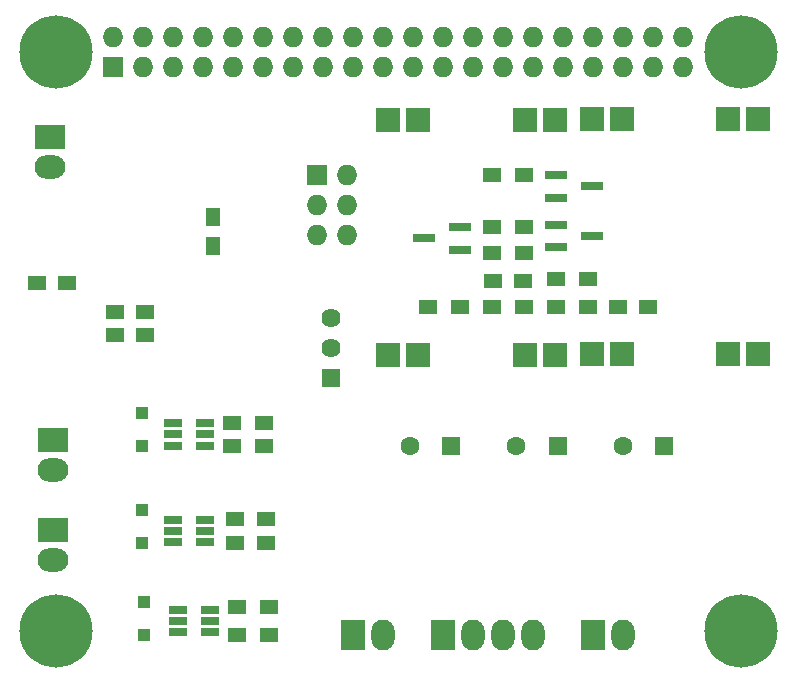
<source format=gbr>
G04 #@! TF.FileFunction,Soldermask,Bot*
%FSLAX46Y46*%
G04 Gerber Fmt 4.6, Leading zero omitted, Abs format (unit mm)*
G04 Created by KiCad (PCBNEW 4.0.7) date Wed Nov 15 23:42:34 2017*
%MOMM*%
%LPD*%
G01*
G04 APERTURE LIST*
%ADD10C,0.100000*%
%ADD11R,1.727200X1.727200*%
%ADD12O,1.727200X1.727200*%
%ADD13R,2.000000X2.000000*%
%ADD14R,1.100000X1.100000*%
%ADD15R,1.560000X0.650000*%
%ADD16C,6.200000*%
%ADD17R,1.500000X1.250000*%
%ADD18R,1.250000X1.500000*%
%ADD19R,1.600000X1.600000*%
%ADD20C,1.600000*%
%ADD21R,2.000000X2.600000*%
%ADD22O,2.000000X2.600000*%
%ADD23R,2.600000X2.000000*%
%ADD24O,2.600000X2.000000*%
%ADD25R,1.900000X0.800000*%
%ADD26R,1.500000X1.300000*%
%ADD27R,1.620000X1.620000*%
%ADD28C,1.620000*%
G04 APERTURE END LIST*
D10*
D11*
X89600000Y-62600000D03*
D12*
X92140000Y-62600000D03*
X89600000Y-65140000D03*
X92140000Y-65140000D03*
X89600000Y-67680000D03*
X92140000Y-67680000D03*
D13*
X109750000Y-57970000D03*
X107210000Y-57970000D03*
X95670000Y-77870000D03*
X98210000Y-77870000D03*
X95670000Y-57970000D03*
X98210000Y-57970000D03*
X107210000Y-77870000D03*
X109750000Y-77870000D03*
D14*
X74800000Y-82800000D03*
X74800000Y-85600000D03*
D15*
X80550000Y-99450000D03*
X80550000Y-100400000D03*
X80550000Y-101350000D03*
X77850000Y-101350000D03*
X77850000Y-99450000D03*
X77850000Y-100400000D03*
D11*
X72370000Y-53520000D03*
D12*
X72370000Y-50980000D03*
X74910000Y-53520000D03*
X74910000Y-50980000D03*
X77450000Y-53520000D03*
X77450000Y-50980000D03*
X79990000Y-53520000D03*
X79990000Y-50980000D03*
X82530000Y-53520000D03*
X82530000Y-50980000D03*
X85070000Y-53520000D03*
X85070000Y-50980000D03*
X87610000Y-53520000D03*
X87610000Y-50980000D03*
X90150000Y-53520000D03*
X90150000Y-50980000D03*
X92690000Y-53520000D03*
X92690000Y-50980000D03*
X95230000Y-53520000D03*
X95230000Y-50980000D03*
X97770000Y-53520000D03*
X97770000Y-50980000D03*
X100310000Y-53520000D03*
X100310000Y-50980000D03*
X102850000Y-53520000D03*
X102850000Y-50980000D03*
X105390000Y-53520000D03*
X105390000Y-50980000D03*
X107930000Y-53520000D03*
X107930000Y-50980000D03*
X110470000Y-53520000D03*
X110470000Y-50980000D03*
X113010000Y-53520000D03*
X113010000Y-50980000D03*
X115550000Y-53520000D03*
X115550000Y-50980000D03*
X118090000Y-53520000D03*
X118090000Y-50980000D03*
X120630000Y-53520000D03*
X120630000Y-50980000D03*
D16*
X125500000Y-52250000D03*
X125500000Y-101250000D03*
X67500000Y-101250000D03*
X67500000Y-52250000D03*
D17*
X68450000Y-71800000D03*
X65950000Y-71800000D03*
X75050000Y-74200000D03*
X72550000Y-74200000D03*
X75050000Y-76200000D03*
X72550000Y-76200000D03*
X104550000Y-71600000D03*
X107050000Y-71600000D03*
D18*
X80800000Y-66150000D03*
X80800000Y-68650000D03*
D17*
X117650000Y-73800000D03*
X115150000Y-73800000D03*
D19*
X101000000Y-85600000D03*
D20*
X97500000Y-85600000D03*
D19*
X110000000Y-85600000D03*
D20*
X106500000Y-85600000D03*
D19*
X119000000Y-85600000D03*
D20*
X115500000Y-85600000D03*
D14*
X75000000Y-98800000D03*
X75000000Y-101600000D03*
X74800000Y-91000000D03*
X74800000Y-93800000D03*
D21*
X92710000Y-101600000D03*
D22*
X95250000Y-101600000D03*
D23*
X67310000Y-85090000D03*
D24*
X67310000Y-87630000D03*
D23*
X67290000Y-92700000D03*
D24*
X67290000Y-95240000D03*
D23*
X67040000Y-59460000D03*
D24*
X67040000Y-62000000D03*
D21*
X113030000Y-101600000D03*
D22*
X115570000Y-101600000D03*
D25*
X101700000Y-67050000D03*
X101700000Y-68950000D03*
X98700000Y-68000000D03*
X109900000Y-68750000D03*
X109900000Y-66850000D03*
X112900000Y-67800000D03*
X109900000Y-64550000D03*
X109900000Y-62650000D03*
X112900000Y-63600000D03*
D26*
X104450000Y-69200000D03*
X107150000Y-69200000D03*
X82850000Y-99200000D03*
X85550000Y-99200000D03*
X82850000Y-101600000D03*
X85550000Y-101600000D03*
X82450000Y-83600000D03*
X85150000Y-83600000D03*
X82450000Y-85600000D03*
X85150000Y-85600000D03*
X82650000Y-91800000D03*
X85350000Y-91800000D03*
X82650000Y-93800000D03*
X85350000Y-93800000D03*
X107150000Y-73800000D03*
X104450000Y-73800000D03*
X101750000Y-73800000D03*
X99050000Y-73800000D03*
X104450000Y-67000000D03*
X107150000Y-67000000D03*
X104450000Y-62600000D03*
X107150000Y-62600000D03*
X112550000Y-71400000D03*
X109850000Y-71400000D03*
X109850000Y-73800000D03*
X112550000Y-73800000D03*
D27*
X90800000Y-79800000D03*
D28*
X90800000Y-77260000D03*
X90800000Y-74720000D03*
D15*
X80150000Y-83650000D03*
X80150000Y-84600000D03*
X80150000Y-85550000D03*
X77450000Y-85550000D03*
X77450000Y-83650000D03*
X77450000Y-84600000D03*
X80150000Y-91850000D03*
X80150000Y-92800000D03*
X80150000Y-93750000D03*
X77450000Y-93750000D03*
X77450000Y-91850000D03*
X77450000Y-92800000D03*
D21*
X100330000Y-101600000D03*
D22*
X102870000Y-101600000D03*
X105410000Y-101600000D03*
X107950000Y-101600000D03*
D13*
X127000000Y-57920000D03*
X124460000Y-57920000D03*
X112920000Y-77820000D03*
X115460000Y-77820000D03*
X112920000Y-57920000D03*
X115460000Y-57920000D03*
X124460000Y-77820000D03*
X127000000Y-77820000D03*
M02*

</source>
